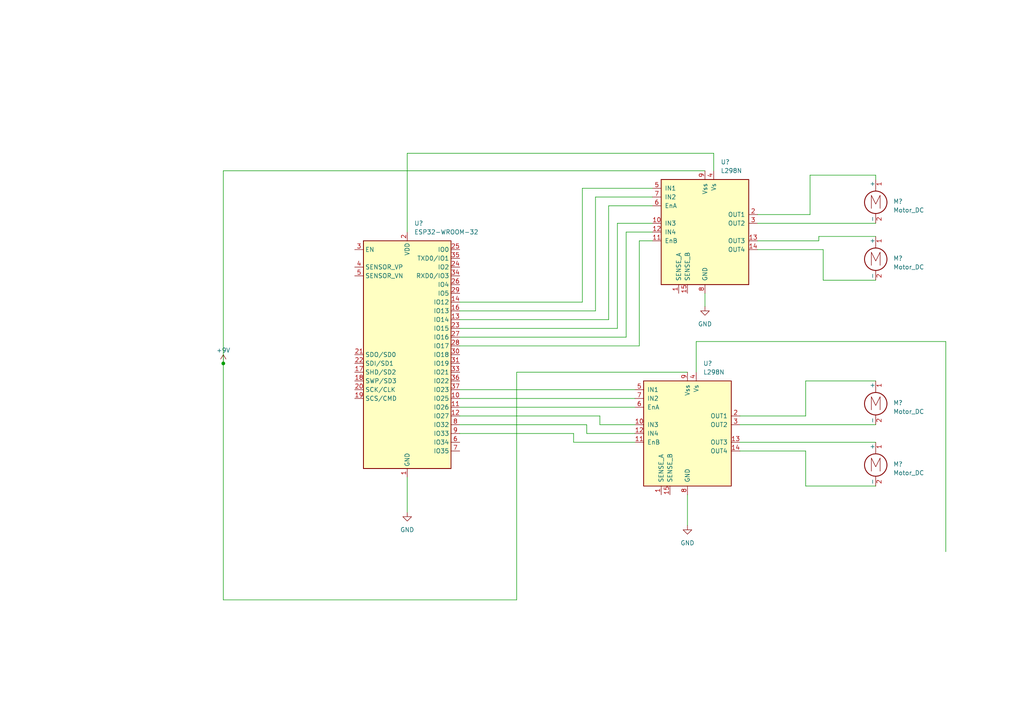
<source format=kicad_sch>
(kicad_sch (version 20230121) (generator eeschema)
  (paper "A4")
  (lib_symbols
    (symbol "Driver_Motor:L298N" (pin_names (offset 1.016))
      (property "Reference" "U" (at -10.16 16.51 0))
      (property "Value" "L298N" (at 12.7 16.51 0))
      (symbol "L298N_0_1"
        (rectangle (start -12.7 15.24) (end 12.7 -15.24) (stroke (width 0.254)) (fill (type background)))
      )
      (symbol "L298N_1_1"
        (pin power_in line (at -7.62 -17.78 90) (length 2.54) (name "SENSE_A") (number "1"))
        (pin input line (at -15.24 2.54 0) (length 2.54) (name "IN3") (number "10"))
        (pin input line (at -15.24 -2.54 0) (length 2.54) (name "EnB") (number "11"))
        (pin input line (at -15.24 0 0) (length 2.54) (name "IN4") (number "12"))
        (pin output line (at 15.24 -2.54 180) (length 2.54) (name "OUT3") (number "13"))
        (pin output line (at 15.24 -5.08 180) (length 2.54) (name "OUT4") (number "14"))
        (pin power_in line (at -5.08 -17.78 90) (length 2.54) (name "SENSE_B") (number "15"))
        (pin output line (at 15.24 5.08 180) (length 2.54) (name "OUT1") (number "2"))
        (pin output line (at 15.24 2.54 180) (length 2.54) (name "OUT2") (number "3"))
        (pin power_in line (at 2.54 17.78 270) (length 2.54) (name "Vs") (number "4"))
        (pin input line (at -15.24 12.7 0) (length 2.54) (name "IN1") (number "5"))
        (pin input line (at -15.24 7.62 0) (length 2.54) (name "EnA") (number "6"))
        (pin input line (at -15.24 10.16 0) (length 2.54) (name "IN2") (number "7"))
        (pin power_in line (at 0 -17.78 90) (length 2.54) (name "GND") (number "8"))
        (pin power_in line (at 0 17.78 270) (length 2.54) (name "Vss") (number "9"))
      )
    )
    (symbol "Motor:Motor_DC" (pin_names (offset 0))
      (property "Reference" "M" (at 2.54 2.54 0))
      (property "Value" "Motor_DC" (at 2.54 -5.08 0))
      (symbol "Motor_DC_0_0"
        (polyline (pts (xy -1.27 -3.302) (xy -1.27 0.508) (xy 0 -2.032) (xy 1.27 0.508) (xy 1.27 -3.302)))
      )
      (symbol "Motor_DC_0_1"
        (circle (center 0 -1.524) (radius 3.2512) (stroke (width 0.254)))
        (polyline (pts (xy 0 -7.62) (xy 0 -7.112)))
        (polyline (pts (xy 0 -4.7752) (xy 0 -5.1816)))
        (polyline (pts (xy 0 1.7272) (xy 0 2.0828)))
        (polyline (pts (xy 0 2.032) (xy 0 2.54)))
      )
      (symbol "Motor_DC_1_1"
        (pin passive line (at 0 5.08 270) (length 2.54) (name "+") (number "1"))
        (pin passive line (at 0 -7.62 90) (length 2.54) (name "-") (number "2"))
      )
    )
    (symbol "RF_Module:ESP32-WROOM-32"
      (property "Reference" "U" (at -12.7 34.29 0))
      (property "Value" "ESP32-WROOM-32" (at 1.27 34.29 0))
      (symbol "ESP32-WROOM-32_0_1"
        (rectangle (start -12.7 33.02) (end 12.7 -33.02) (stroke (width 0.254)) (fill (type background)))
      )
      (symbol "ESP32-WROOM-32_1_1"
        (pin power_in line (at 0 -35.56 90) (length 2.54) (name "GND") (number "1"))
        (pin bidirectional line (at 15.24 -12.7 180) (length 2.54) (name "IO25") (number "10"))
        (pin bidirectional line (at 15.24 -15.24 180) (length 2.54) (name "IO26") (number "11"))
        (pin bidirectional line (at 15.24 -17.78 180) (length 2.54) (name "IO27") (number "12"))
        (pin bidirectional line (at 15.24 10.16 180) (length 2.54) (name "IO14") (number "13"))
        (pin bidirectional line (at 15.24 15.24 180) (length 2.54) (name "IO12") (number "14"))
        (pin passive line (at 0 -35.56 90) (length 2.54) hide (name "GND") (number "15"))
        (pin bidirectional line (at 15.24 12.7 180) (length 2.54) (name "IO13") (number "16"))
        (pin bidirectional line (at -15.24 -5.08 0) (length 2.54) (name "SHD/SD2") (number "17"))
        (pin bidirectional line (at -15.24 -7.62 0) (length 2.54) (name "SWP/SD3") (number "18"))
        (pin bidirectional line (at -15.24 -12.7 0) (length 2.54) (name "SCS/CMD") (number "19"))
        (pin power_in line (at 0 35.56 270) (length 2.54) (name "VDD") (number "2"))
        (pin bidirectional line (at -15.24 -10.16 0) (length 2.54) (name "SCK/CLK") (number "20"))
        (pin bidirectional line (at -15.24 0 0) (length 2.54) (name "SDO/SD0") (number "21"))
        (pin bidirectional line (at -15.24 -2.54 0) (length 2.54) (name "SDI/SD1") (number "22"))
        (pin bidirectional line (at 15.24 7.62 180) (length 2.54) (name "IO15") (number "23"))
        (pin bidirectional line (at 15.24 25.4 180) (length 2.54) (name "IO2") (number "24"))
        (pin bidirectional line (at 15.24 30.48 180) (length 2.54) (name "IO0") (number "25"))
        (pin bidirectional line (at 15.24 20.32 180) (length 2.54) (name "IO4") (number "26"))
        (pin bidirectional line (at 15.24 5.08 180) (length 2.54) (name "IO16") (number "27"))
        (pin bidirectional line (at 15.24 2.54 180) (length 2.54) (name "IO17") (number "28"))
        (pin bidirectional line (at 15.24 17.78 180) (length 2.54) (name "IO5") (number "29"))
        (pin input line (at -15.24 30.48 0) (length 2.54) (name "EN") (number "3"))
        (pin bidirectional line (at 15.24 0 180) (length 2.54) (name "IO18") (number "30"))
        (pin bidirectional line (at 15.24 -2.54 180) (length 2.54) (name "IO19") (number "31"))
        (pin no_connect line (at -12.7 -27.94 0) (length 2.54) hide (name "NC") (number "32"))
        (pin bidirectional line (at 15.24 -5.08 180) (length 2.54) (name "IO21") (number "33"))
        (pin bidirectional line (at 15.24 22.86 180) (length 2.54) (name "RXD0/IO3") (number "34"))
        (pin bidirectional line (at 15.24 27.94 180) (length 2.54) (name "TXD0/IO1") (number "35"))
        (pin bidirectional line (at 15.24 -7.62 180) (length 2.54) (name "IO22") (number "36"))
        (pin bidirectional line (at 15.24 -10.16 180) (length 2.54) (name "IO23") (number "37"))
        (pin passive line (at 0 -35.56 90) (length 2.54) hide (name "GND") (number "38"))
        (pin passive line (at 0 -35.56 90) (length 2.54) hide (name "GND") (number "39"))
        (pin input line (at -15.24 25.4 0) (length 2.54) (name "SENSOR_VP") (number "4"))
        (pin input line (at -15.24 22.86 0) (length 2.54) (name "SENSOR_VN") (number "5"))
        (pin input line (at 15.24 -25.4 180) (length 2.54) (name "IO34") (number "6"))
        (pin input line (at 15.24 -27.94 180) (length 2.54) (name "IO35") (number "7"))
        (pin bidirectional line (at 15.24 -20.32 180) (length 2.54) (name "IO32") (number "8"))
        (pin bidirectional line (at 15.24 -22.86 180) (length 2.54) (name "IO33") (number "9"))
      )
    )
    (symbol "power:+9V" (power) (pin_names (offset 0))
      (property "Value" "+9V" (at 0 3.556 0))
      (symbol "+9V_0_1"
        (polyline (pts (xy -0.762 1.27) (xy 0 2.54)))
        (polyline (pts (xy 0 0) (xy 0 2.54)))
        (polyline (pts (xy 0 2.54) (xy 0.762 1.27)))
      )
      (symbol "+9V_1_1"
        (pin power_in line (at 0 0 90) (length 0) hide (name "+9V") (number "1"))
      )
    )
    (symbol "power:GND" (power) (pin_names (offset 0))
      (property "Value" "GND" (at 0 -3.81 0))
      (symbol "GND_0_1"
        (polyline (pts (xy 0 0) (xy 0 -1.27) (xy 1.27 -1.27) (xy 0 -2.54) (xy -1.27 -1.27) (xy 0 -1.27)))
      )
      (symbol "GND_1_1"
        (pin power_in line (at 0 0 270) (length 0) hide (name "GND") (number "1"))
      )
    )
  )
  (junction (at 64.77 105.41))
  (wire (pts (xy 238.76 72.39) (xy 238.76 81.28)))
  (wire (pts (xy 185.42 69.85) (xy 185.42 100.33)))
  (wire (pts (xy 237.49 69.85) (xy 237.49 68.58)))
  (wire (pts (xy 64.77 105.41) (xy 64.77 173.99)))
  (wire (pts (xy 118.11 44.45) (xy 118.11 67.31)))
  (wire (pts (xy 189.23 57.15) (xy 172.72 57.15)))
  (wire (pts (xy 214.63 123.19) (xy 254 123.19)))
  (wire (pts (xy 189.23 69.85) (xy 185.42 69.85)))
  (wire (pts (xy 149.86 173.99) (xy 64.77 173.99)))
  (wire (pts (xy 189.23 59.69) (xy 176.53 59.69)))
  (wire (pts (xy 189.23 54.61) (xy 168.91 54.61)))
  (wire (pts (xy 133.35 113.03) (xy 184.15 113.03)))
  (wire (pts (xy 254 50.8) (xy 254 52.07)))
  (wire (pts (xy 184.15 123.19) (xy 173.99 123.19)))
  (wire (pts (xy 214.63 128.27) (xy 254 128.27)))
  (wire (pts (xy 166.37 128.27) (xy 166.37 125.73)))
  (wire (pts (xy 204.47 49.53) (xy 64.77 49.53)))
  (wire (pts (xy 219.71 62.23) (xy 234.95 62.23)))
  (wire (pts (xy 133.35 97.79) (xy 181.61 97.79)))
  (wire (pts (xy 207.01 44.45) (xy 118.11 44.45)))
  (wire (pts (xy 234.95 62.23) (xy 234.95 50.8)))
  (wire (pts (xy 274.32 99.06) (xy 274.32 160.02)))
  (wire (pts (xy 173.99 120.65) (xy 133.35 120.65)))
  (wire (pts (xy 166.37 125.73) (xy 133.35 125.73)))
  (wire (pts (xy 176.53 59.69) (xy 176.53 92.71)))
  (wire (pts (xy 133.35 100.33) (xy 185.42 100.33)))
  (wire (pts (xy 173.99 123.19) (xy 173.99 120.65)))
  (wire (pts (xy 168.91 54.61) (xy 168.91 87.63)))
  (wire (pts (xy 234.95 50.8) (xy 254 50.8)))
  (wire (pts (xy 133.35 87.63) (xy 168.91 87.63)))
  (wire (pts (xy 149.86 107.95) (xy 149.86 173.99)))
  (wire (pts (xy 201.93 99.06) (xy 201.93 107.95)))
  (wire (pts (xy 204.47 85.09) (xy 204.47 88.9)))
  (wire (pts (xy 64.77 49.53) (xy 64.77 105.41)))
  (wire (pts (xy 133.35 118.11) (xy 184.15 118.11)))
  (wire (pts (xy 133.35 123.19) (xy 170.18 123.19)))
  (wire (pts (xy 233.68 110.49) (xy 254 110.49)))
  (wire (pts (xy 133.35 92.71) (xy 176.53 92.71)))
  (wire (pts (xy 219.71 69.85) (xy 237.49 69.85)))
  (wire (pts (xy 172.72 57.15) (xy 172.72 90.17)))
  (wire (pts (xy 133.35 90.17) (xy 172.72 90.17)))
  (wire (pts (xy 233.68 120.65) (xy 233.68 110.49)))
  (wire (pts (xy 238.76 81.28) (xy 254 81.28)))
  (wire (pts (xy 181.61 67.31) (xy 181.61 97.79)))
  (wire (pts (xy 179.07 64.77) (xy 179.07 95.25)))
  (wire (pts (xy 207.01 44.45) (xy 207.01 49.53)))
  (wire (pts (xy 170.18 125.73) (xy 170.18 123.19)))
  (wire (pts (xy 219.71 64.77) (xy 254 64.77)))
  (wire (pts (xy 237.49 68.58) (xy 254 68.58)))
  (wire (pts (xy 133.35 115.57) (xy 184.15 115.57)))
  (wire (pts (xy 184.15 128.27) (xy 166.37 128.27)))
  (wire (pts (xy 201.93 99.06) (xy 274.32 99.06)))
  (wire (pts (xy 189.23 67.31) (xy 181.61 67.31)))
  (wire (pts (xy 199.39 143.51) (xy 199.39 152.4)))
  (wire (pts (xy 214.63 120.65) (xy 233.68 120.65)))
  (wire (pts (xy 133.35 95.25) (xy 179.07 95.25)))
  (wire (pts (xy 184.15 125.73) (xy 170.18 125.73)))
  (wire (pts (xy 233.68 140.97) (xy 254 140.97)))
  (wire (pts (xy 199.39 107.95) (xy 149.86 107.95)))
  (wire (pts (xy 189.23 64.77) (xy 179.07 64.77)))
  (wire (pts (xy 219.71 72.39) (xy 238.76 72.39)))
  (wire (pts (xy 233.68 130.81) (xy 233.68 140.97)))
  (wire (pts (xy 214.63 130.81) (xy 233.68 130.81)))
  (wire (pts (xy 118.11 138.43) (xy 118.11 148.59)))
  (symbol (lib_id "power:GND") (at 204.47 88.9 0) (unit 1)
    (property "Reference" "#PWR?" (effects hide))
    (property "Value" "GND" (at 204.47 93.98 0))
  )
  (symbol (lib_id "Motor:Motor_DC") (at 254 115.57 0) (unit 1)
    (property "Reference" "M?" (at 259.08 116.8399 0) (effects (justify left)))
    (property "Value" "Motor_DC" (at 259.08 119.3799 0) (effects (justify left)))
  )
  (symbol (lib_id "Motor:Motor_DC") (at 254 73.66 0) (unit 1)
    (property "Reference" "M?" (at 259.08 74.9299 0) (effects (justify left)))
    (property "Value" "Motor_DC" (at 259.08 77.4699 0) (effects (justify left)))
  )
  (symbol (lib_id "Motor:Motor_DC") (at 254 57.15 0) (unit 1)
    (property "Reference" "M?" (at 259.08 58.4199 0) (effects (justify left)))
    (property "Value" "Motor_DC" (at 259.08 60.9599 0) (effects (justify left)))
  )
  (symbol (lib_id "RF_Module:ESP32-WROOM-32") (at 118.11 102.87 0) (unit 1)
    (property "Reference" "U?" (at 120.1294 64.77 0) (effects (justify left)))
    (property "Value" "ESP32-WROOM-32" (at 120.1294 67.31 0) (effects (justify left)))
    (property "Footprint" "RF_Module:ESP32-WROOM-32" (effects hide))
    (property "Datasheet" "https://www.espressif.com/sites/default/files/documentation/esp32-wroom-32_datasheet_en.pdf" (effects hide))
  )
  (symbol (lib_id "Driver_Motor:L298N") (at 204.47 67.31 0) (unit 1)
    (property "Reference" "U?" (at 209.0294 46.99 0) (effects (justify left)))
    (property "Value" "L298N" (at 209.0294 49.53 0) (effects (justify left)))
    (property "Footprint" "Package_TO_SOT_THT:TO-220-15_P2.54x2.54mm_StaggerOdd_Lead4.58mm_Vertical" (effects hide))
    (property "Datasheet" "http://www.st.com/st-web-ui/static/active/en/resource/technical/document/datasheet/CD00000240.pdf" (effects hide))
  )
  (symbol (lib_id "power:GND") (at 118.11 148.59 0) (unit 1)
    (property "Reference" "#PWR?" (effects hide))
    (property "Value" "GND" (at 118.11 153.67 0))
  )
  (symbol (lib_id "power:GND") (at 199.39 152.4 0) (unit 1)
    (property "Reference" "#PWR?" (effects hide))
    (property "Value" "GND" (at 199.39 157.48 0))
  )
  (symbol (lib_id "Motor:Motor_DC") (at 254 133.35 0) (unit 1)
    (property "Reference" "M?" (at 259.08 134.6199 0) (effects (justify left)))
    (property "Value" "Motor_DC" (at 259.08 137.1599 0) (effects (justify left)))
  )
  (symbol (lib_id "power:+9V") (at 64.77 105.41 0) (unit 1)
    (property "Reference" "#PWR01" (effects hide))
    (property "Value" "+9V" (at 64.77 101.6 0))
  )
  (symbol (lib_id "Driver_Motor:L298N") (at 199.39 125.73 0) (unit 1)
    (property "Reference" "U?" (at 203.9494 105.41 0) (effects (justify left)))
    (property "Value" "L298N" (at 203.9494 107.95 0) (effects (justify left)))
    (property "Footprint" "Package_TO_SOT_THT:TO-220-15_P2.54x2.54mm_StaggerOdd_Lead4.58mm_Vertical" (effects hide))
    (property "Datasheet" "http://www.st.com/st-web-ui/static/active/en/resource/technical/document/datasheet/CD00000240.pdf" (effects hide))
  )
)
</source>
